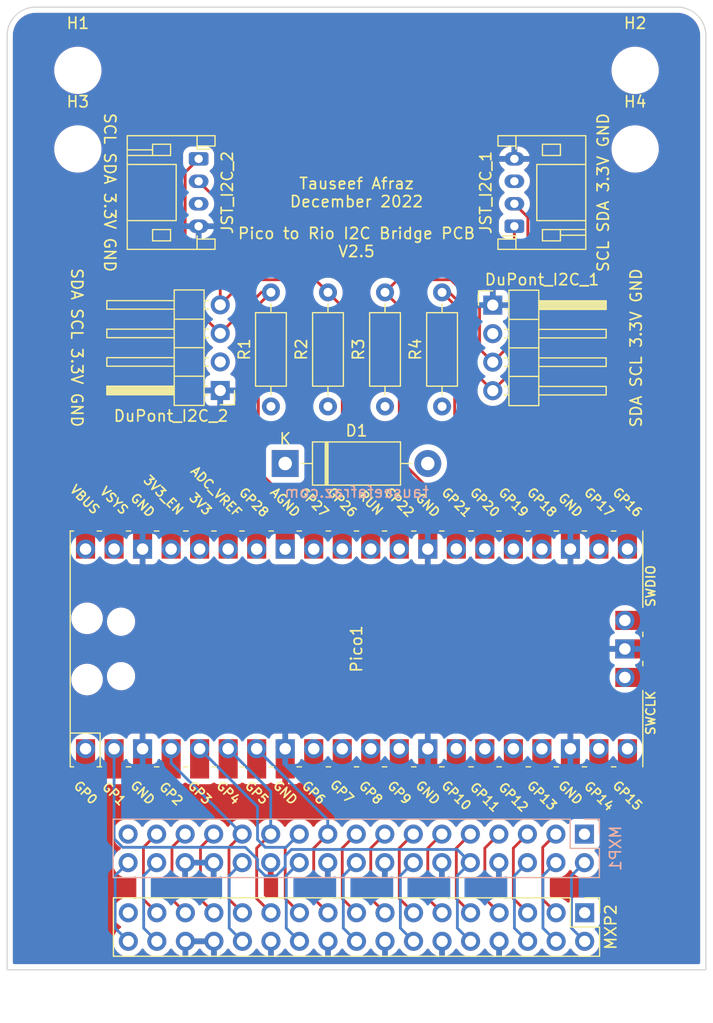
<source format=kicad_pcb>
(kicad_pcb (version 20211014) (generator pcbnew)
  (layers (0 "F.Cu" signal) (1 "In1.Cu" power) (2 "In2.Cu" power) (31 "B.Cu" signal) (34 "B.Paste" user) (35 "F.Paste" user) (36 "B.SilkS" user "B.Silkscreen") (37 "F.SilkS" user "F.Silkscreen") (38 "B.Mask" user) (39 "F.Mask" user) (44 "Edge.Cuts" user))
  (net 0 "")
  (net 1 "+5V")
  (net 2 "Net-(D1-Pad1)")
  (net 3 "GND")
  (net 4 "+3.3V")
  (net 5 "/SCL1")
  (net 6 "/SDA1")
  (net 7 "/SCL2")
  (net 8 "/SDA2")
  (net 9 "/AO0")
  (net 10 "/AI0")
  (net 11 "/AO1")
  (net 12 "/AI1")
  (net 13 "/AGND")
  (net 14 "/AI2")
  (net 15 "/AI3")
  (net 16 "/RIO_RX")
  (net 17 "/DIO0{slash}PWM0")
  (net 18 "/DIO1{slash}PWM1")
  (net 19 "/RIO_TX")
  (net 20 "/DIO2{slash}PWM2")
  (net 21 "/DIO3{slash}PWM3")
  (net 22 "/DIO11{slash}PWM7")
  (net 23 "/S_CS")
  (net 24 "/SCLK")
  (net 25 "/DIO12{slash}PWM8")
  (net 26 "/CIPO")
  (net 27 "/COPI")
  (net 28 "/DIO13{slash}PWM9")
  (net 29 "/DIO8{slash}PWM4")
  (net 30 "/DIO9{slash}PWM5")
  (net 31 "/DIO10{slash}PWM6")
  (net 32 "/DIO14")
  (net 34 "/DIO15")
  (footprint "MountingHole:MountingHole_3.2mm_M3" (layer "F.Cu") (at 181.0258 78.035)
    (fp_text reference "H4" (at 0 -4.2) (layer "F.SilkS"))
    (fp_text value "MountingHole")
    (pad "" np_thru_hole circle (at 0 0) (size 3.2 3.2) (drill 3.2) (layers *.Cu *.Mask))
  )
  (footprint "MountingHole:MountingHole_3.2mm_M3" (layer "F.Cu") (at 181.0258 71.035)
    (fp_text reference "H2" (at 0 -4.2) (layer "F.SilkS"))
    (fp_text value "MountingHole")
    (pad "" np_thru_hole circle (at 0 0) (size 3.2 3.2) (drill 3.2) (layers *.Cu *.Mask))
  )
  (footprint "MountingHole:MountingHole_3.2mm_M3" (layer "F.Cu") (at 131.3942 78.035)
    (fp_text reference "H3" (at 0 -4.2) (layer "F.SilkS"))
    (fp_text value "MountingHole")
    (pad "" np_thru_hole circle (at 0 0) (size 3.2 3.2) (drill 3.2) (layers *.Cu *.Mask))
  )
  (footprint "Resistor_THT:R_Axial_DIN0207_L6.3mm_D2.5mm_P10.16mm_Horizontal" (layer "F.Cu") (at 153.67 100.965 90)
    (fp_text reference "R2" (at 5.08 -2.37 90) (layer "F.SilkS"))
    (fp_text value "R")
    (pad "1" thru_hole circle locked (at 0 0 90) (size 1.6 1.6) (drill 0.8) (layers *.Cu *.Mask) (net 4 "+3.3V"))
    (pad "2" thru_hole oval locked (at 10.16 0 90) (size 1.6 1.6) (drill 0.8) (layers *.Cu *.Mask) (net 8 "/SDA2"))
  )
  (footprint "Connector_PinHeader_2.54mm:PinHeader_1x04_P2.54mm_Horizontal" (layer "F.Cu") (at 168.345 91.94)
    (fp_text reference "DuPont_I2C_1" (at 4.385 -2.27) (layer "F.SilkS"))
    (fp_text value "Conn_01x04_Male")
    (pad "1" thru_hole rect locked (at 0 0) (size 1.7 1.7) (drill 1) (layers *.Cu *.Mask) (net 3 "GND"))
    (pad "2" thru_hole oval locked (at 0 2.54) (size 1.7 1.7) (drill 1) (layers *.Cu *.Mask) (net 4 "+3.3V"))
    (pad "3" thru_hole oval locked (at 0 5.08) (size 1.7 1.7) (drill 1) (layers *.Cu *.Mask) (net 5 "/SCL1"))
    (pad "4" thru_hole oval locked (at 0 7.62) (size 1.7 1.7) (drill 1) (layers *.Cu *.Mask) (net 6 "/SDA1"))
  )
  (footprint "MountingHole:MountingHole_3.2mm_M3" (layer "F.Cu") (at 131.3942 71.035)
    (fp_text reference "H1" (at 0 -4.2) (layer "F.SilkS"))
    (fp_text value "MountingHole")
    (pad "" np_thru_hole circle (at 0 0) (size 3.2 3.2) (drill 3.2) (layers *.Cu *.Mask))
  )
  (footprint "Resistor_THT:R_Axial_DIN0207_L6.3mm_D2.5mm_P10.16mm_Horizontal" (layer "F.Cu") (at 163.83 100.965 90)
    (fp_text reference "R4" (at 5.08 -2.37 90) (layer "F.SilkS"))
    (fp_text value "R")
    (pad "1" thru_hole circle locked (at 0 0 90) (size 1.6 1.6) (drill 0.8) (layers *.Cu *.Mask) (net 4 "+3.3V"))
    (pad "2" thru_hole oval locked (at 10.16 0 90) (size 1.6 1.6) (drill 0.8) (layers *.Cu *.Mask) (net 6 "/SDA1"))
  )
  (footprint "Connector_JST:JST_PH_S4B-PH-K_1x04_P2.00mm_Horizontal" (layer "F.Cu") (at 142.15 78.915 -90)
    (fp_text reference "JST_I2C_2" (at 3 -2.55 90) (layer "F.SilkS"))
    (fp_text value "Conn_01x04_Male")
    (pad "1" thru_hole roundrect locked (at 0 0 270) (size 1.2 1.75) (drill 0.75) (layers *.Cu *.Mask) (roundrect_rratio 0.2083333333) (net 7 "/SCL2"))
    (pad "2" thru_hole oval locked (at 2 0 270) (size 1.2 1.75) (drill 0.75) (layers *.Cu *.Mask) (net 8 "/SDA2"))
    (pad "3" thru_hole oval locked (at 4 0 270) (size 1.2 1.75) (drill 0.75) (layers *.Cu *.Mask) (net 4 "+3.3V"))
    (pad "4" thru_hole oval locked (at 6 0 270) (size 1.2 1.75) (drill 0.75) (layers *.Cu *.Mask) (net 3 "GND"))
  )
  (footprint "MCU_RaspberryPi_and_Boards:RPi_Pico_SMD_TH" (layer "F.Cu") (at 156.21 122.555 90)
    (fp_text reference "Pico1" (at 0 0 90) (layer "F.SilkS"))
    (fp_text value "Pico")
    (fp_text user "GND" (at -12.8 6.35 135) (layer "F.SilkS") (effects (font (size 0.8 0.8))))
    (fp_text user "GP3" (at -12.8 -13.97 135) (layer "F.SilkS") (effects (font (size 0.8 0.8))))
    (fp_text user "GND" (at 12.8 6.35 135) (layer "F.SilkS") (effects (font (size 0.8 0.8))))
    (fp_text user "GP21" (at 13.054 8.9 135) (layer "F.SilkS") (effects (font (size 0.8 0.8))))
    (fp_text user "GP28" (at 13.054 -9.144 135) (layer "F.SilkS") (effects (font (size 0.8 0.8))))
    (fp_text user "GP16" (at 13.054 24.13 135) (layer "F.SilkS") (effects (font (size 0.8 0.8))))
    (fp_text user "SWDIO" (at 5.6 26.2 90) (layer "F.SilkS") (effects (font (size 0.8 0.8))))
    (fp_text user "GP18" (at 13.054 16.51 135) (layer "F.SilkS") (effects (font (size 0.8 0.8))))
    (fp_text user "GP5" (at -12.8 -8.89 135) (layer "F.SilkS") (effects (font (size 0.8 0.8))))
    (fp_text user "AGND" (at 13.054 -6.35 135) (layer "F.SilkS") (effects (font (size 0.8 0.8))))
    (fp_text user "GP11" (at -13.2 11.43 135) (layer "F.SilkS") (effects (font (size 0.8 0.8))))
    (fp_text user "3V3" (at 12.9 -13.9 135) (layer "F.SilkS") (effects (font (size 0.8 0.8))))
    (fp_text user "GP20" (at 13.054 11.43 135) (layer "F.SilkS") (effects (font (size 0.8 0.8))))
    (fp_text user "GP26" (at 13.054 -1.27 135) (layer "F.SilkS") (effects (font (size 0.8 0.8))))
    (fp_text user "RUN" (at 13 1.27 135) (layer "F.SilkS") (effects (font (size 0.8 0.8))))
    (fp_text user "GP12" (at -13.2 13.97 135) (layer "F.SilkS") (effects (font (size 0.8 0.8))))
    (fp_text user "GP9" (at -12.8 3.81 135) (layer "F.SilkS") (effects (font (size 0.8 0.8))))
    (fp_text user "GND" (at -12.8 19.05 135) (layer "F.SilkS") (effects (font (size 0.8 0.8))))
    (fp_text user "GP22" (at 13.054 3.81 135) (layer "F.SilkS") (effects (font (size 0.8 0.8))))
    (fp_text user "GP17" (at 13.054 21.59 135) (layer "F.SilkS") (effects (font (size 0.8 0.8))))
    (fp_text user "GP10" (at -13.054 8.89 135) (layer "F.SilkS") (effects (font (size 0.8 0.8))))
    (fp_text user "GP15" (at -13.054 24.13 135) (layer "F.SilkS") (effects (font (size 0.8 0.8))))
    (fp_text user "GND" (at -12.8 -19.05 135) (layer "F.SilkS") (effects (font (size 0.8 0.8))))
    (fp_text user "3V3_EN" (at 13.7 -17.2 135) (layer "F.SilkS") (effects (font (size 0.8 0.8))))
    (fp_text user "GND" (at 12.8 -19.05 135) (layer "F.SilkS") (effects (font (size 0.8 0.8))))
    (fp_text user "ADC_VREF" (at 14 -12.5 135) (layer "F.SilkS") (effects (font (size 0.8 0.8))))
    (fp_text user "GP13" (at -13.054 16.51 135) (layer "F.SilkS") (effects (font (size 0.8 0.8))))
    (fp_text user "GP7" (at -12.7 -1.3 135) (layer "F.SilkS") (effects (font (size 0.8 0.8))))
    (fp_text user "GP14" (at -13.1 21.59 135) (layer "F.SilkS") (effects (font (size 0.8 0.8))))
    (fp_text user "GP19" (at 13.054 13.97 135) (layer "F.SilkS") (effects (font (size 0.8 0.8))))
    (fp_text user "GP1" (at -12.9 -21.6 135) (layer "F.SilkS") (effects (font (size 0.8 0.8))))
    (fp_text user "GP6" (at -12.8 -3.81 135) (layer "F.SilkS") (effects (font (size 0.8 0.8))))
    (fp_text user "GP27" (at 13.054 -3.8 135) (layer "F.SilkS") (effects (font (size 0.8 0.8))))
    (fp_text user "GP4" (at -12.8 -11.43 135) (layer "F.SilkS") (effects (font (size 0.8 0.8))))
    (fp_text user "SWCLK" (at -5.7 26.2 90) (layer "F.SilkS") (effects (font (size 0.8 0.8))))
    (fp_text user "VBUS" (at 13.3 -24.2 135) (layer "F.SilkS") (effects (font (size 0.8 0.8))))
    (fp_text user "GP0" (at -12.8 -24.13 135) (layer "F.SilkS") (effects (font (size 0.8 0.8))))
    (fp_text user "GP2" (at -12.9 -16.51 135) (layer "F.SilkS") (effects (font (size 0.8 0.8))))
    (fp_text user "GP8" (at -12.8 1.27 135) (layer "F.SilkS") (effects (font (size 0.8 0.8))))
    (fp_text user "GND" (at 12.8 19.05 135) (layer "F.SilkS") (effects (font (size 0.8 0.8))))
    (fp_text user "VSYS" (at 13.2 -21.59 135) (layer "F.SilkS") (effects (font (size 0.8 0.8))))
    (fp_text user "GND" (at -12.8 -6.35 135) (layer "F.SilkS") (effects (font (size 0.8 0.8))))
    (pad "" np_thru_hole oval locked (at -2.725 -24 90) (size 1.8 1.8) (drill 1.8) (layers *.Cu *.Mask))
    (pad "" np_thru_hole oval locked (at -2.425 -20.97 90) (size 1.5 1.5) (drill 1.5) (layers *.Cu *.Mask))
    (pad "" np_thru_hole oval locked (at 2.725 -24 90) (size 1.8 1.8) (drill 1.8) (layers *.Cu *.Mask))
    (pad "" np_thru_hole oval locked (at 2.425 -20.97 90) (size 1.5 1.5) (drill 1.5) (layers *.Cu *.Mask))
    (pad "1" smd rect locked (at -8.89 -24.13 90) (size 3.5 1.7) (drill (offset -0.9 0)) (layers "F.Cu" "F.Mask"))
    (pad "1" thru_hole oval locked (at -8.89 -24.13 90) (size 1.7 1.7) (drill 1.02) (layers *.Cu *.Mask))
    (pad "2" smd rect locked (at -8.89 -21.59 90) (size 3.5 1.7) (drill (offset -0.9 0)) (layers "F.Cu" "F.Mask") (net 16 "/RIO_RX"))
    (pad "2" thru_hole oval locked (at -8.89 -21.59 90) (size 1.7 1.7) (drill 1.02) (layers *.Cu *.Mask) (net 16 "/RIO_RX"))
    (pad "3" smd rect locked (at -8.89 -19.05 90) (size 3.5 1.7) (drill (offset -0.9 0)) (layers "F.Cu" "F.Mask") (net 3 "GND"))
    (pad "3" thru_hole rect locked (at -8.89 -19.05 90) (size 1.7 1.7) (drill 1.02) (layers *.Cu *.Mask) (net 3 "GND"))
    (pad "4" thru_hole oval locked (at -8.89 -16.51 90) (size 1.7 1.7) (drill 1.02) (layers *.Cu *.Mask) (net 27 "/COPI"))
    (pad "4" smd rect locked (at -8.89 -16.51 90) (size 3.5 1.7) (drill (offset -0.9 0)) (layers "F.Cu" "F.Mask") (net 27 "/COPI"))
    (pad "5" thru_hole oval locked (at -8.89 -13.97 90) (size 1.7 1.7) (drill 1.02) (layers *.Cu *.Mask) (net 24 "/SCLK"))
    (pad "5" smd rect locked (at -8.89 -13.97 90) (size 3.5 1.7) (drill (offset -0.9 0)) (layers "F.Cu" "F.Mask") (net 24 "/SCLK"))
    (pad "6" smd rect locked (at -8.89 -11.43 90) (size 3.5 1.7) (drill (offset -0.9 0)) (layers "F.Cu" "F.Mask") (net 26 "/CIPO"))
    (pad "6" thru_hole oval locked (at -8.89 -11.43 90) (size 1.7 1.7) (drill 1.02) (layers *.Cu *.Mask) (net 26 "/CIPO"))
    (pad "7" thru_hole oval locked (at -8.89 -8.89 90) (size 1.7 1.7) (drill 1.02) (layers *.Cu *.Mask) (net 23 "/S_CS"))
    (pad "7" smd rect locked (at -8.89 -8.89 90) (size 3.5 1.7) (drill (offset -0.9 0)) (layers "F.Cu" "F.Mask") (net 23 "/S_CS"))
    (pad "8" thru_hole rect locked (at -8.89 -6.35 90) (size 1.7 1.7) (drill 1.02) (layers *.Cu *.Mask) (net 3 "GND"))
    (pad "8" smd rect locked (at -8.89 -6.35 90) (size 3.5 1.7) (drill (offset -0.9 0)) (layers "F.Cu" "F.Mask") (net 3 "GND"))
    (pad "9" thru_hole oval locked (at -8.89 -3.81 90) (size 1.7 1.7) (drill 1.02) (layers *.Cu *.Mask))
    (pad "9" smd rect locked (at -8.89 -3.81 90) (size 3.5 1.7) (drill (offset -0.9 0)) (layers "F.Cu" "F.Mask"))
    (pad "10" thru_hole oval locked (at -8.89 -1.27 90) (size 1.7 1.7) (drill 1.02) (layers *.Cu *.Mask))
    (pad "10" smd rect locked (at -8.89 -1.27 90) (size 3.5 1.7) (drill (offset -0.9 0)) (layers "F.Cu" "F.Mask"))
    (pad "11" smd rect locked (at -8.89 1.27 90) (size 3.5 1.7) (drill (offset -0.9 0)) (layers "F.Cu" "F.Mask"))
    (pad "11" thru_hole oval locked (at -8.89 1.27 90) (size 1.7 1.7) (drill 1.02) (layers *.Cu *.Mask))
    (pad "12" thru_hole oval locked (at -8.89 3.81 90) (size 1.7 1.7) (drill 1.02) (layers *.Cu *.Mask))
    (pad "12" smd rect locked (at -8.89 3.81 90) (size 3.5 1.7) (drill (offset -0.9 0)) (layers "F.Cu" "F.Mask"))
    (pad "13" thru_hole rect locked (at -8.89 6.35 90) (size 1.7 1.7) (drill 1.02) (layers *.Cu *.Mask) (net 3 "GND"))
    (pad "13" smd rect locked (at -8.89 6.35 90) (size 3.5 1.7) (drill (offset -0.9 0)) (layers "F.Cu" "F.Mask") (net 3 "GND"))
    (pad "14" smd rect locked (at -8.89 8.89 90) (size 3.5 1.7) (drill (offset -0.9 0)) (layers "F.Cu" "F.Mask"))
    (pad "14" thru_hole oval locked (at -8.89 8.89 90) (size 1.7 1.7) (drill 1.02) (layers *.Cu *.Mask))
    (pad "15" smd rect locked (at -8.89 11.43 90) (size 3.5 1.7) (drill (offset -0.9 0)) (layers "F.Cu" "F.Mask"))
    (pad "15" thru_hole oval locked (at -8.89 11.43 90) (size 1.7 1.7) (drill 1.02) (layers *.Cu *.Mask))
    (pad "16" thru_hole oval locked (at -8.89 13.97 90) (size 1.7 1.7) (drill 1.02) (layers *.Cu *.Mask))
    (pad "16" smd rect locked (at -8.89 13.97 90) (size 3.5 1.7) (drill (offset -0.9 0)) (layers "F.Cu" "F.Mask"))
    (pad "17" smd rect locked (at -8.89 16.51 90) (size 3.5 1.7) (drill (offset -0.9 0)) (layers "F.Cu" "F.Mask"))
    (pad "17" thru_hole oval locked (at -8.89 16.51 90) (size 1.7 1.7) (drill 1.02) (layers *.Cu *.Mask))
    (pad "18" smd rect locked (at -8.89 19.05 90) (size 3.5 1.7) (drill (offset -0.9 0)) (layers "F.Cu" "F.Mask") (net 3 "GND"))
    (pad "18" thru_hole rect locked (at -8.89 19.05 90) (size 1.7 1.7) (drill 1.02) (layers *.Cu *.Mask) (net 3 "GND"))
    (pad "19" smd rect locked (at -8.89 21.59 90) (size 3.5 1.7) (drill (offset -0.9 0)) (layers "F.Cu" "F.Mask"))
    (pad "19" thru_hole oval locked (at -8.89 21.59 90) (size 1.7 1.7) (drill 1.02) (layers *.Cu *.Mask))
    (pad "20" smd rect locked (at -8.89 24.13 90) (size 3.5 1.7) (drill (offset -0.9 0)) (layers "F.Cu" "F.Mask"))
    (pad "20" thru_hole oval locked (at -8.89 24.13 90) (size 1.7 1.7) (drill 1.02) (layers *.Cu *.Mask))
    (pad "21" smd rect locked (at 8.89 24.13 90) (size 3.5 1.7) (drill (offset 0.9 0)) (layers "F.Cu" "F.Mask"))
    (pad "21" thru_hole oval locked (at 8.89 24.13 90) (size 1.7 1.7) (drill 1.02) (layers *.Cu *.Mask))
    (pad "22" thru_hole oval locked (at 8.89 21.59 90) (size 1.7 1.7) (drill 1.02) (layers *.Cu *.Mask))
    (pad "22" smd rect locked (at 8.89 21.59 90) (size 3.5 1.7) (drill (offset 0.9 0)) (layers "F.Cu" "F.Mask"))
    (pad "23" thru_hole rect locked (at 8.89 19.05 90) (size 1.7 1.7) (drill 1.02) (layers *.Cu *.Mask) (net 3 "GND"))
    (pad "23" smd rect locked (at 8.89 19.05 90) (size 3.5 1.7) (drill (offset 0.9 0)) (layers "F.Cu" "F.Mask") (net 3 "GND"))
    (pad "24" thru_hole oval locked (at 8.89 16.51 90) (size 1.7 1.7) (drill 1.02) (layers *.Cu *.Mask))
    (pad "24" smd rect locked (at 8.89 16.51 90) (size 3.5 1.7) (drill (offset 0.9 0)) (layers "F.Cu" "F.Mask"))
    (pad "25" thru_hole oval locked (at 8.89 13.97 90) (size 1.7 1.7) (drill 1.02) (layers *.Cu *.Mask))
    (pad "25" smd rect locked (at 8.89 13.97 90) (size 3.5 1.7) (drill (offset 0.9 0)) (layers "F.Cu" "F.Mask"))
    (pad "26" smd rect locked (at 8.89 11.43 90) (size 3.5 1.7) (drill (offset 0.9 0)) (layers "F.Cu" "F.Mask") (net 6 "/SDA1"))
    (pad "26" thru_hole oval locked (at 8.89 11.43 90) (size 1.7 1.7) (drill 1.02) (layers *.Cu *.Mask) (net 6 "/SDA1"))
    (pad "27" smd rect locked (at 8.89 8.89 90) (size 3.5 1.7) (drill (offset 0.9 0)) (layers "F.Cu" "F.Mask") (net 5 "/SCL1"))
    (pad "27" thru_hole oval locked (at 8.89 8.89 90) (size 1.7 1.7) (drill 1.02) (layers *.Cu *.Mask) (net 5 "/SCL1"))
    (pad "28" thru_hole rect locked (at 8.89 6.35 90) (size 1.7 1.7) (drill 1.02) (layers *.Cu *.Mask) (net 3 "GND"))
    (pad "28" smd rect locked (at 8.89 6.35 90) (size 3.5 1.7) (drill (offset 0.9 0)) (layers "F.Cu" "F.Mask") (net 3 "GND"))
    (pad "29" smd rect locked (at 8.89 3.81 90) (size 3.5 1.7) (drill (offset 0.9 0)) (layers "F.Cu" "F.Mask"))
    (pad "29" thru_hole oval locked (at 8.89 3.81 90) (size 1.7 1.7) (drill 1.02) (layers *.Cu *.Mask))
    (pad "30" smd rect locked (at 8.89 1.27 90) (size 3.5 1.7) (drill (offset 0.9 0)) (layers "F.Cu" "F.Mask"))
    (pad "30" thru_hole oval locked (at 8.89 1.27 90) (size 1.7 1.7) (drill 1.02) (layers *.Cu *.Mask))
    (pad "31" smd rect locked (at 8.89 -1.27 90) (size 3.5 1.7) (drill (offset 0.9 0)) (layers "F.Cu" "F.Mask") (net 8 "/SDA2"))
    (pad "31" thru_hole oval locked (at 8.89 -1.27 90) (size 1.7 1.7) (drill 1.02) (layers *.Cu *.Mask) (net 8 "/SDA2"))
    (pad "32" thru_hole oval locked (at 8.89 -3.81 90) (size 1.7 1.7) (drill 1.02) (layers *.Cu *.Mask) (net 7 "/SCL2"))
    (pad "32" smd rect locked (at 8.89 -3.81 90) (size 3.5 1.7) (drill (offset 0.9 0)) (layers "F.Cu" "F.Mask") (net 7 "/SCL2"))
    (pad "33" smd rect locked (at 8.89 -6.35 90) (size 3.5 1.7) (drill (offset 0.9 0)) (layers "F.Cu" "F.Mask"))
    (pad "33" thru_hole rect locked (at 8.89 -6.35 90) (size 1.7 1.7) (drill 1.02) (layers *.Cu *.Mask))
    (pad "34" smd rect locked (at 8.89 -8.89 90) (size 3.5 1.7) (drill (offset 0.9 0)) (layers "F.Cu" "F.Mask"))
    (pad "34" thru_hole oval locked (at 8.89 -8.89 90) (size 1.7 1.7) (drill 1.02) (layers *.Cu *.Mask))
    (pad "35" smd rect locked (at 8.89 -11.43 90) (size 3.5 1.7) (drill (offset 0.9 0)) (layers "F.Cu" "F.Mask"))
    (pad "35" thru_hole oval locked (at 8.89 -11.43 90) (size 1.7 1.7) (drill 1.02) (layers *.Cu *.Mask))
    (pad "36" smd rect locked (at 8.89 -13.97 90) (size 3.5 1.7) (drill (offset 0.9 0)) (layers "F.Cu" "F.Mask"))
    (pad "36" thru_hole oval locked (at 8.89 -13.97 90) (size 1.7 1.7) (drill 1.02) (layers *.Cu *.Mask))
    (pad "37" smd rect locked (at 8.89 -16.51 90) (size 3.5 1.7) (drill (offset 0.9 0)) (layers "F.Cu" "F.Mask"))
    (pad "37" thru_hole oval locked (at 8.89 -16.51 90) (size 1.7 1.7) (drill 1.02) (layers *.Cu *.Mask))
    (pad "38" thru_hole rect locked (at 8.89 -19.05 90) (size 1.7 1.7) (drill 1.02) (layers *.Cu *.Mask) (net 3 "GND"))
    (pad "38" smd rect locked (at 8.89 -19.05 90) (size 3.5 1.7) (drill (offset 0.9 0)) (layers "F.Cu" "F.Mask") (net 3 "GND"))
    (pad "39" thru_hole oval locked (at 8.89 -21.59 90) (size 1.7 1.7) (drill 1.02) (layers *.Cu *.Mask) (net 2 "Net-(D1-Pad1)"))
    (pad "39" smd rect locked (at 8.89 -21.59 90) (size 3.5 1.7) (drill (offset 0.9 0)) (layers "F.Cu" "F.Mask") (net 2 "Net-(D1-Pad1)"))
    (pad "40" smd rect locked (at 8.89 -24.13 90) (size 3.5 1.7) (drill (offset 0.9 0)) (layers "F.Cu" "F.Mask"))
    (pad "40" thru_hole oval locked (at 8.89 -24.13 90) (size 1.7 1.7) (drill 1.02) (layers *.Cu *.Mask))
    (pad "41" thru_hole oval locked (at -2.54 23.9 90) (size 1.7 1.7) (drill 1.02) (layers *.Cu *.Mask))
    (pad "41" smd rect locked (at -2.54 23.9 180) (size 3.5 1.7) (drill (offset -0.9 0)) (layers "F.Cu" "F.Mask"))
    (pad "42" smd rect locked (at 0 23.9 180) (size 3.5 1.7) (drill (offset -0.9 0)) (layers "F.Cu" "F.Mask") (net 3 "GND"))
    (pad "42" thru_hole rect locked (at 0 23.9 90) (size 1.7 1.7) (drill 1.02) (layers *.Cu *.Mask) (net 3 "GND"))
    (pad "43" thru_hole oval locked (at 2.54 23.9 90) (size 1.7 1.7) (drill 1.02) (layers *.Cu *.Mask))
    (pad "43" smd rect locked (at 2.54 23.9 180) (size 3.5 1.7) (drill (offset -0.9 0)) (layers "F.Cu" "F.Mask"))
  )
  (footprint "Diode_THT:D_DO-15_P12.70mm_Horizontal" (layer "F.Cu") (at 149.86 106.045)
    (fp_text reference "D1" (at 6.35 -2.92) (layer "F.SilkS"))
    (fp_text value "D")
    (fp_text user "K" (at 0 -2.2) (layer "F.SilkS"))
    (pad "1" thru_hole rect locked (at 0 0) (size 2.4 2.4) (drill 1.2) (layers *.Cu *.Mask) (net 2 "Net-(D1-Pad1)"))
    (pad "2" thru_hole oval locked (at 12.7 0) (size 2.4 2.4) (drill 1.2) (layers *.Cu *.Mask) (net 1 "+5V"))
  )
  (footprint "Connector_PinHeader_2.54mm:PinHeader_2x17_P2.54mm_Vertical" (layer "F.Cu") (at 176.53 146.05 -90)
    (fp_text reference "MXP2" (at 1.27 -2.33 90) (layer "F.SilkS"))
    (fp_text value "Conn_02x17_Odd_Even")
    (pad "1" thru_hole rect (at 0 0 270) (size 1.7 1.7) (drill 1) (layers *.Cu *.Mask) (net 1 "+5V"))
    (pad "2" thru_hole oval (at 2.54 0 270) (size 1.7 1.7) (drill 1) (layers *.Cu *.Mask) (net 9 "/AO0"))
    (pad "3" thru_hole oval (at 0 2.54 270) (size 1.7 1.7) (drill 1) (layers *.Cu *.Mask) (net 10 "/AI0"))
    (pad "4" thru_hole oval (at 2.54 2.54 270) (size 1.7 1.7) (drill 1) (layers *.Cu *.Mask) (net 11 "/AO1"))
    (pad "5" thru_hole oval (at 0 5.08 270) (size 1.7 1.7) (drill 1) (layers *.Cu *.Mask) (net 12 "/AI1"))
    (pad "6" thru_hole oval (at 2.54 5.08 270) (size 1.7 1.7) (drill 1) (layers *.Cu *.Mask) (net 13 "/AGND"))
    (pad "7" thru_hole oval (at 0 7.62 270) (size 1.7 1.7) (drill 1) (layers *.Cu *.Mask) (net 14 "/AI2"))
    (pad "8" thru_hole oval (at 2.54 7.62 270) (size 1.7 1.7) (drill 1) (layers *.Cu *.Mask) (net 3 "GND"))
    (pad "9" thru_hole oval (at 0 10.16 270) (size 1.7 1.7) (drill 1) (layers *.Cu *.Mask) (net 15 "/AI3"))
    (pad "10" thru_hole oval (at 2.54 10.16 270) (size 1.7 1.7) (drill 1) (layers *.Cu *.Mask) (net 16 "/RIO_RX"))
    (pad "11" thru_hole oval (at 0 12.7 270) (size 1.7 1.7) (drill 1) (layers *.Cu *.Mask) (net 17 "/DIO0{slash}PWM0"))
    (pad "12" thru_hole oval (at 2.54 12.7 270) (size 1.7 1.7) (drill 1) (layers *.Cu *.Mask) (net 3 "GND"))
    (pad "13" thru_hole oval (at 0 15.24 270) (size 1.7 1.7) (drill 1) (layers *.Cu *.Mask) (net 18 "/DIO1{slash}PWM1"))
    (pad "14" thru_hole oval (at 2.54 15.24 270) (size 1.7 1.7) (drill 1) (layers *.Cu *.Mask) (net 19 "/RIO_TX"))
    (pad "15" thru_hole oval (at 0 17.78 270) (size 1.7 1.7) (drill 1) (layers *.Cu *.Mask) (net 20 "/DIO2{slash}PWM2"))
    (pad "16" thru_hole oval (at 2.54 17.78 270) (size 1.7 1.7) (drill 1) (layers *.Cu *.Mask) (net 3 "GND"))
    (pad "17" thru_hole oval (at 0 20.32 270) (size 1.7 1.7) (drill 1) (layers *.Cu *.Mask) (net 21 "/DIO3{slash}PWM3"))
    (pad "18" thru_hole oval (at 2.54 20.32 270) (size 1.7 1.7) (drill 1) (layers *.Cu *.Mask) (net 22 "/DIO11{slash}PWM7"))
    (pad "19" thru_hole oval (at 0 22.86 270) (size 1.7 1.7) (drill 1) (layers *.Cu *.Mask) (net 23 "/S_CS"))
    (pad "20" thru_hole oval (at 2.54 22.86 270) (size 1.7 1.7) (drill 1) (layers *.Cu *.Mask) (net 3 "GND"))
    (pad "21" thru_hole oval (at 0 25.4 270) (size 1.7 1.7) (drill 1) (layers *.Cu *.Mask) (net 24 "/SCLK"))
    (pad "22" thru_hole oval (at 2.54 25.4 270) (size 1.7 1.7) (drill 1) (layers *.Cu *.Mask) (net 25 "/DIO12{slash}PWM8"))
    (pad "23" thru_hole oval (at 0 27.94 270) (size 1.7 1.7) (drill 1) (layers *.Cu *.Mask) (net 26 "/CIPO"))
    (pad "24" thru_hole oval (at 2.54 27.94 270) (size 1.7 1.7) (drill 1) (layers *.Cu *.Mask) (net 3 "GND"))
    (pad "25" thru_hole oval (at 0 30.48 270) (size 1.7 1.7) (drill 1) (layers *.Cu *.Mask) (net 27 "/COPI"))
    (pad "26" thru_hole oval (at 2.54 30.48 270) (size 1.7 1.7) (drill 1) (layers *.Cu *.Mask) (net 28 "/DIO13{slash}PWM9"))
    (pad "27" thru_hole oval (at 0 33.02 270) (size 1.7 1.7) (drill 1) (layers *.Cu *.Mask) (net 29 "/DIO8{slash}PWM4"))
    (pad "28" thru_hole oval (at 2.54 33.02 270) (size 1.7 1.7) (drill 1) (layers *.Cu *.Mask) (net 3 "GND"))
    (pad "29" thru_hole oval (at 0 35.56 270) (size 1.7 1.7) (drill 1) (layers *.Cu *.Mask) (net 30 "/DIO9{slash}PWM5"))
    (pad "30" thru_hole oval (at 2.54 35.56 270) (size 1.7 1.7) (drill 1) (layers *.Cu *.Mask) (net 3 "GND"))
    (pad "31" thru_hole oval (at 0 38.1 270) (size 1.7 1.7) (drill 1) (layers *.Cu *.Mask) (net 31 "/DIO10{slash}PWM6"))
    (pad "32" thru_hole oval (at 2.54 38.1 270) (size 1.7 1.7) (drill 1) (layers *.Cu *.Mask) (net 32 "/DIO14"))
    (pad "33" thru_hole oval (at 0 40.64 270) (size 1.7 1.7) (drill 1) (layers *.Cu *.Mask) (net 4 "+3.3V"))
    (pad "34" thru_hole oval (at 2.54 40.64 270) (size 1.7 1.7) (drill 1) (layers *.Cu *.Mask) (net 34 "/DIO15"))
  )
  (footprint "Connector_PinHeader_2.54mm:PinHeader_1x04_P2.54mm_Horizontal" (layer "F.Cu") (at 144.075 99.54 180)
    (fp_text reference "DuPont_I2C_2" (at 4.385 -2.27) (layer "F.SilkS"))
    (fp_text value "Conn_01x04_Male")
    (pad "1" thru_hole rect locked (at 0 0 180) (size 1.7 1.7) (drill 1) (layers *.Cu *.Mask) (net 3 "GND"))
    (pad "2" thru_hole oval locked (at 0 2.54 180) (size 1.7 1.7) (drill 1) (layers *.Cu *.Mask) (net 4 "+3.3V"))
    (pad "3" thru_hole oval locked (at 0 5.08 180) (size 1.7 1.7) (drill 1) (layers *.Cu *.Mask) (net 7 "/SCL2"))
    (pad "4" thru_hole oval locked (at 0 7.62 180) (size 1.7 1.7) (drill 1) (layers *.Cu *.Mask) (net 8 "/SDA2"))
  )
  (footprint "Resistor_THT:R_Axial_DIN0207_L6.3mm_D2.5mm_P10.16mm_Horizontal" (layer "F.Cu") (at 158.75 100.965 90)
    (fp_text reference "R3" (at 5.08 -2.37 90) (layer "F.SilkS"))
    (fp_text value "R")
    (pad "1" thru_hole circle locked (at 0 0 90) (size 1.6 1.6) (drill 0.8) (layers *.Cu *.Mask) (net 4 "+3.3V"))
    (pad "2" thru_hole oval locked (at 10.16 0 90) (size 1.6 1.6) (drill 0.8) (layers *.Cu *.Mask) (net 5 "/SCL1"))
  )
  (footprint "Resistor_THT:R_Axial_DIN0207_L6.3mm_D2.5mm_P10.16mm_Horizontal" (layer "F.Cu") (at 148.59 100.965 90)
    (fp_text reference "R1" (at 5.08 -2.37 90) (layer "F.SilkS"))
    (fp_text value "R")
    (pad "1" thru_hole circle locked (at 0 0 90) (size 1.6 1.6) (drill 0.8) (layers *.Cu *.Mask) (net 4 "+3.3V"))
    (pad "2" thru_hole oval locked (at 10.16 0 90) (size 1.6 1.6) (drill 0.8) (layers *.Cu *.Mask) (net 7 "/SCL2"))
  )
  (footprint "Connector_JST:JST_PH_S4B-PH-K_1x04_P2.00mm_Horizontal" (layer "F.Cu") (at 170.27 84.915 90)
    (fp_text reference "JST_I2C_1" (at 3 -2.55 90) (layer "F.SilkS"))
    (fp_text value "Conn_01x04_Male")
    (pad "1" thru_hole roundrect locked (at 0 0 90) (size 1.2 1.75) (drill 0.75) (layers *.Cu *.Mask) (roundrect_rratio 0.2083333333) (net 5 "/SCL1"))
    (pad "2" thru_hole oval locked (at 2 0 90) (size 1.2 1.75) (drill 0.75) (layers *.Cu *.Mask) (net 6 "/SDA1"))
    (pad "3" thru_hole oval locked (at 4 0 90) (size 1.2 1.75) (drill 0.75) (layers *.Cu *.Mask) (net 4 "+3.3V"))
    (pad "4" thru_hole oval locked (at 6 0 90) (size 1.2 1.75) (drill 0.75) (layers *.Cu *.Mask) (net 3 "GND"))
  )
  (footprint "Connector_PinSocket_2.54mm:PinSocket_2x17_P2.54mm_Vertical" (layer "B.Cu") (at 176.51 139.045 90)
    (fp_text reference "MXP1" (at -1.27 2.77 90) (layer "B.SilkS") (effects (justify mirror)))
    (fp_text value "Conn_02x17_Odd_Even")
    (pad "1" thru_hole rect locked (at 0 0 90) (size 1.7 1.7) (drill 1) (layers *.Cu *.Mask) (net 1 "+5V"))
    (pad "2" thru_hole oval locked (at -2.54 0 90) (size 1.7 1.7) (drill 1) (layers *.Cu *.Mask) (net 9 "/AO0"))
    (pad "3" thru_hole oval locked (at 0 -2.54 90) (size 1.7 1.7) (drill 1) (layers *.Cu *.Mask) (net 10 "/AI0"))
    (pad "4" thru_hole oval locked (at -2.54 -2.54 90) (size 1.7 1.7) (drill 1) (layers *.Cu *.Mask) (net 11 "/AO1"))
    (pad "5" thru_hole oval locked (at 0 -5.08 90) (size 1.7 1.7) (drill 1) (layers *.Cu *.Mask) (net 12 "/AI1"))
    (pad "6" thru_hole oval locked (at -2.54 -5.08 90) (size 1.7 1.7) (drill 1) (layers *.Cu *.Mask) (net 13 "/AGND"))
    (pad "7" thru_hole oval locked (at 0 -7.62 90) (size 1.7 1.7) (drill 1) (layers *.Cu *.Mask) (net 14 "/AI2"))
    (pad "8" thru_hole oval locked (at -2.54 -7.62 90) (size 1.7 1.7) (drill 1) (layers *.Cu *.Mask) (net 3 "GND"))
    (pad "9" thru_hole oval locked (at 0 -10.16 90) (size 1.7 1.7) (drill 1) (layers *.Cu *.Mask) (net 15 "/AI3"))
    (pad "10" thru_hole oval locked (at -2.54 -10.16 90) (size 1.7 1.7) (drill 1) (layers *.Cu *.Mask) (net 16 "/RIO_RX"))
    (pad "11" thru_hole oval locked (at 0 -12.7 90) (size 1.7 1.7) (drill 1) (layers *.Cu *.Mask) (net 17 "/DIO0{slash}PWM0"))
    (pad "12" thru_hole oval locked (at -2.54 -12.7 90) (size 1.7 1.7) (drill 1) (layers *.Cu *.Mask) (net 3 "GND"))
    (pad "13" thru_hole oval locked (at 0 -15.24 90) (size 1.7 1.7) (drill 1) (layers *.Cu *.Mask) (net 18 "/DIO1{slash}PWM1"))
    (pad "14" thru_hole oval locked (at -2.54 -15.24 90) (size 1.7 1.7) (drill 1) (layers *.Cu *.Mask) (net 19 "/RIO_TX"))
    (pad "15" thru_hole oval locked (at 0 -17.78 90) (size 1.7 1.7) (drill 1) (layers *.Cu *.Mask) (net 20 "/DIO2{slash}PWM2"))
    (pad "16" thru_hole oval locked (at -2.54 -17.78 90) (size 1.7 1.7) (drill 1) (layers *.Cu *.Mask) (net 3 "GND"))
    (pad "17" thru_hole oval locked (at 0 -20.32 90) (size 1.7 1.7) (drill 1) (layers *.Cu *.Mask) (net 21 "/DIO3{slash}PWM3"))
    (pad "18" thru_hole oval locked (at -2.54 -20.32 90) (size 1.7 1.7) (drill 1) (layers *.Cu *.Mask) (net 22 "/DIO11{slash}PWM7"))
    (pad "19" thru_hole oval locked (at 0 -22.86 90) (size 1.7 1.7) (drill 1) (layers *.Cu *.Mask) (net 23 "/S_CS"))
    (pad "20" thru_hole oval locked (at -2.54 -22.86 90) (size 1.7 1.7) (drill 1) (layers *.Cu *.Mask) (net 3 "GND"))
    (pad "21" thru_hole oval locked (at 0 -25.4 90) (size 1.7 1.7) (drill 1) (layers *.Cu *.Mask) (net 24 "/SCLK"))
    (pad "22" thru_hole oval locked (at -2.54 -25.4 90) (size 1.7 1.7) (drill 1) (layers *.Cu *.Mask) (net 25 "/DIO12{slash}PWM8"))
    (pad "23" thru_hole oval locked (at 0 -27.94 90) (size 1.7 1.7) (drill 1) (layers *.Cu *.Mask) (net 26 "/CIPO"))
    (pad "24" thru_hole oval locked (at -2.54 -27.94 90) (size 1.7 1.7) (drill 1) (layers *.Cu *.Mask) (net 3 "GND"))
    (pad "25" thru_hole oval locked (at 0 -30.48 90) (size 1.7 1.7) (drill 1) (layers *.Cu *.Mask) (net 27 "/COPI"))
    (pad "26" thru_hole oval locked (at -2.54 -30.48 90) (size 1.7 1.7) (drill 1) (layers *.Cu *.Mask) (net 28 "/DIO13{slash}PWM9"))
    (pad "27" thru_hole oval locked (at 0 -33.02 90) (size 1.7 1.7) (drill 1) (layers *.Cu *.Mask) (net 29 "/DIO8{slash}PWM4"))
    (pad "28" thru_hole oval locked (at -2.54 -33.02 90) (size 1.7 1.7) (drill 1) (layers *.Cu *.Mask) (net 3 "GND"))
    (pad "29" thru_hole oval locked (at 0 -35.56 90) (size 1.7 1.7) (drill 1) (layers *.Cu *.Mask) (net 30 "/DIO9{slash}PWM5"))
    (pad "30" thru_hole oval locked (at -2.54 -35.56 90) (size 1.7 1.7) (drill 1) (layers *.Cu *.Mask) (net 3 "GND"))
    (pad "31" thru_hole oval locked (at 0 -38.1 90) (size 1.7 1.7) (drill 1) (layers *.Cu *.Mask) (net 31 "/DIO10{slash}PWM6"))
    (pad "32" thru_hole oval locked (at -2.54 -38.1 90) (size 1.7 1.7) (drill 1) (layers *.Cu *.Mask) (net 32 "/DIO14"))
    (pad "33" thru_hole oval locked (at 0 -40.64 90) (size 1.7 1.7) (drill 1) (layers *.Cu *.Mask) (net 4 "+3.3V"))
    (pad "34" thru_hole oval locked (at -2.54 -40.64 90) (size 1.7 1.7) (drill 1) (layers *.Cu *.Mask) (net 34 "/DIO15"))
  )
  (gr_arc (start 125.095 67.945) (mid 125.838949 66.148949) (end 127.635 65.405) (layer "Edge.Cuts") (width 0.1))
  (gr_line (start 184.785 65.405) (end 127.635 65.405) (layer "Edge.Cuts") (width 0.1))
  (gr_arc (start 184.785 65.405) (mid 186.581051 66.148949) (end 187.325 67.945) (layer "Edge.Cuts") (width 0.1))
  (gr_line (start 125.095 151.13) (end 125.095 67.945) (layer "Edge.Cuts") (width 0.1))
  (gr_line (start 187.325 67.945) (end 187.325 151.13) (layer "Edge.Cuts") (width 0.1))
  (gr_line (start 187.325 151.13) (end 125.095 151.13) (layer "Edge.Cuts") (width 0.1))
  (gr_text "tauseefafraz.com" (at 156.21 108.585) (layer "B.SilkS") (effects (font (size 1 1)) (justify mirror)))
  (gr_text "Tauseef Afraz\nDecember 2022" (at 156.21 81.915) (layer "F.SilkS") (effects (font (size 1 1))))
  (gr_text "SCL SDA 3.3V GND" (at 178.18 81.915 90) (layer "F.SilkS") (effects (font (size 1 1))))
  (gr_text "SDA SCL 3.3V GND" (at 181.115 95.75 90) (layer "F.SilkS") (effects (font (size 1 1))))
  (gr_text "Pico to Rio I2C Bridge PCB\nV2.5" (at 156.21 86.36) (layer "F.SilkS") (effects (font (size 1 1))))
  (gr_text "SCL SDA 3.3V GND" (at 134.24 81.915 -90) (layer "F.SilkS") (effects (font (size 1 1))))
  (gr_text "SDA SCL 3.3V GND" (at 131.305 95.73 -90) (layer "F.SilkS") (effects (font (size 1 1))))
  (segment (start 168.345 97.02) (end 167.17 95.845) (width 0.25) (layer "F.Cu") (net 5))
  (segment (start 160.02 92.075) (end 158.75 90.805) (width 0.25) (layer "F.Cu") (net 5))
  (segment (start 167.17 95.845) (end 167.17 92.24) (width 0.25) (layer "F.Cu") (net 5))
  (segment (start 164.61 89.68) (end 159.875 89.68) (width 0.25) (layer "F.Cu") (net 5))
  (segment (start 170.27 95.095) (end 170.27 84.915) (width 0.25) (layer "F.Cu") (net 5))
  (segment (start 168.345 97.02) (end 170.27 95.095) (width 0.25) (layer "F.Cu") (net 5))
  (segment (start 160.02 105.661676) (end 160.02 92.075) (width 0.25) (layer "F.Cu") (net 5))
  (segment (start 167.17 92.24) (end 164.61 89.68) (width 0.25) (layer "F.Cu") (net 5))
  (segment (start 165.1 113.665) (end 165.1 110.741676) (width 0.25) (layer "F.Cu") (net 5))
  (segment (start 159.875 89.68) (end 158.75 90.805) (width 0.25) (layer "F.Cu") (net 5))
  (segment (start 165.1 110.741676) (end 160.02 105.661676) (width 0.25) (layer "F.Cu") (net 5))
  (segment (start 164.955 91.93) (end 164.955 107.805) (width 0.25) (layer "F.Cu") (net 6))
  (segment (start 168.345 99.56) (end 171.47 96.435) (width 0.25) (layer "F.Cu") (net 6))
  (segment (start 166.37 97.585) (end 168.345 99.56) (width 0.25) (layer "F.Cu") (net 6))
  (segment (start 163.83 90.805) (end 164.955 91.93) (width 0.25) (layer "F.Cu") (net 6))
  (segment (start 171.47 84.115) (end 170.27 82.915) (width 0.25) (layer "F.Cu") (net 6))
  (segment (start 166.37 92.71) (end 166.37 97.585) (width 0.25) (layer "F.Cu") (net 6))
  (segment (start 164.465 90.805) (end 166.37 92.71) (width 0.25) (layer "F.Cu") (net 6))
  (segment (start 171.47 96.435) (end 171.47 84.115) (width 0.25) (layer "F.Cu") (net 6))
  (segment (start 164.955 107.805) (end 167.64 110.49) (width 0.25) (layer "F.Cu") (net 6))
  (segment (start 163.83 90.805) (end 164.465 90.805) (width 0.25) (layer "F.Cu") (net 6))
  (segment (start 167.64 110.49) (end 167.64 113.665) (width 0.25) (layer "F.Cu") (net 6))
  (segment (start 147.73 90.805) (end 148.59 90.805) (width 0.25) (layer "F.Cu") (net 7))
  (segment (start 152.4 111.635) (end 152.4 113.665) (width 0.25) (layer "F.Cu") (net 7))
  (segment (start 142.15 78.915) (end 140.95 80.115) (width 0.25) (layer "F.Cu") (net 7))
  (segment (start 140.95 80.115) (end 140.95 91.335) (width 0.25) (layer "F.Cu") (net 7))
  (segment (start 147.465 106.7) (end 152.4 111.635) (width 0.25) (layer "F.Cu") (net 7))
  (segment (start 147.465 91.93) (end 147.465 106.7) (width 0.25) (layer "F.Cu") (net 7))
  (segment (start 140.95 91.335) (end 144.075 94.46) (width 0.25) (layer "F.Cu") (net 7))
  (segment (start 148.59 90.805) (end 147.465 91.93) (width 0.25) (layer "F.Cu") (net 7))
  (segment (start 144.075 94.46) (end 147.73 90.805) (width 0.25) (layer "F.Cu") (net 7))
  (segment (start 146.315 89.68) (end 144.075 91.92) (width 0.25) (layer "F.Cu") (net 8))
  (segment (start 142.15 80.915) (end 144.075 82.84) (width 0.25) (layer "F.Cu") (net 8))
  (segment (start 153.67 90.805) (end 154.94 92.075) (width 0.25) (layer "F.Cu") (net 8))
  (segment (start 144.075 82.84) (end 144.075 91.92) (width 0.25) (layer "F.Cu") (net 8))
  (segment (start 154.94 92.075) (end 154.94 113.665) (width 0.25) (layer "F.Cu") (net 8))
  (segment (start 152.545 89.68) (end 146.315 89.68) (width 0.25) (layer "F.Cu") (net 8))
  (segment (start 153.67 90.805) (end 152.545 89.68) (width 0.25) (layer "F.Cu") (net 8))
  (segment (start 175.355 142.74) (end 175.355 147.415) (width 0.25) (layer "B.Cu") (net 9))
  (segment (start 175.355 147.415) (end 176.53 148.59) (width 0.25) (layer "B.Cu") (net 9))
  (segment (start 176.51 141.585) (end 175.355 142.74) (width 0.25) (layer "B.Cu") (net 9))
  (segment (start 172.795 140.22) (end 172.795 144.855) (width 0.25) (layer "F.Cu") (net 10))
  (segment (start 173.97 139.045) (end 172.795 140.22) (width 0.25) (layer "F.Cu") (net 10))
  (segment (start 172.795 144.855) (end 173.99 146.05) (width 0.25) (layer "F.Cu") (net 10))
  (segment (start 173.97 141.585) (end 172.815 142.74) (width 0.25) (layer "B.Cu") (net 11))
  (segment (start 172.815 147.415) (end 173.99 148.59) (width 0.25) (layer "B.Cu") (net 11))
  (segment (start 172.815 142.74) (end 172.815 147.415) (width 0.25) (layer "B.Cu") (net 11))
  (segment (start 171.43 139.045) (end 170.18 140.295) (width 0.25) (layer "F.Cu") (net 12))
  (segment (start 170.18 140.295) (end 170.18 144.78) (width 0.25) (layer "F.Cu") (net 12))
  (segment (start 170.18 144.78) (end 171.45 146.05) (width 0.25) (layer "F.Cu") (net 12))
  (segment (start 171.43 141.585) (end 170.275 142.74) (width 0.25) (layer "B.Cu") (net 13))
  (segment (start 170.275 142.74) (end 170.275 147.415) (width 0.25) (layer "B.Cu") (net 13))
  (segment (start 170.275 147.415) (end 171.45 148.59) (width 0.25) (layer "B.Cu") (net 13))
  (segment (start 168.89 139.045) (end 167.64 140.295) (width 0.25) (layer "F.Cu") (net 14))
  (segment (start 167.64 140.295) (end 167.64 144.78) (width 0.25) (layer "F.Cu") (net 14))
  (segment (start 167.64 144.78) (end 168.91 146.05) (width 0.25) (layer "F.Cu") (net 14))
  (segment (start 165.1 140.295) (end 165.1 144.78) (width 0.25) (layer "F.Cu") (net 15))
  (segment (start 165.1 144.78) (end 166.37 146.05) (width 0.25) (layer "F.Cu") (net 15))
  (segment (start 166.35 139.045) (end 165.1 140.295) (width 0.25) (layer "F.Cu") (net 15))
  (segment (start 149.86 140.97) (end 150.42 140.41) (width 0.25) (layer "B.Cu") (net 16))
  (segment (start 149.86 141.956701) (end 149.86 140.97) (width 0.25) (layer "B.Cu") (net 16))
  (segment (start 147.395 142.071701) (end 148.083299 142.76) (width 0.25) (layer "B.Cu") (net 16))
  (segment (start 150.42 140.41) (end 165.175 140.41) (width 0.25) (layer "B.Cu") (net 16))
  (segment (start 134.62 131.445) (end 134.62 139.456701) (width 0.25) (layer "B.Cu") (net 16))
  (segment (start 165.175 140.41) (end 166.35 141.585) (width 0.25) (layer "B.Cu") (net 16))
  (segment (start 165.195 147.415) (end 166.37 148.59) (width 0.25) (layer "B.Cu") (net 16))
  (segment (start 135.383299 140.22) (end 146.326701 140.22) (width 0.25) (layer "B.Cu") (net 16))
  (segment (start 134.62 139.456701) (end 135.383299 140.22) (width 0.25) (layer "B.Cu") (net 16))
  (segment (start 165.195 142.74) (end 165.195 147.415) (width 0.25) (layer "B.Cu") (net 16))
  (segment (start 149.056701 142.76) (end 149.86 141.956701) (width 0.25) (layer "B.Cu") (net 16))
  (segment (start 147.395 141.288299) (end 147.395 142.071701) (width 0.25) (layer "B.Cu") (net 16))
  (segment (start 148.083299 142.76) (end 149.056701 142.76) (width 0.25) (layer "B.Cu") (net 16))
  (segment (start 146.326701 140.22) (end 147.395 141.288299) (width 0.25) (layer "B.Cu") (net 16))
  (segment (start 166.35 141.585) (end 165.195 142.74) (width 0.25) (layer "B.Cu") (net 16))
  (segment (start 162.56 144.78) (end 163.83 146.05) (width 0.25) (layer "F.Cu") (net 17))
  (segment (start 162.56 140.295) (end 162.56 144.78) (width 0.25) (layer "F.Cu") (net 17))
  (segment (start 163.81 139.045) (end 162.56 140.295) (width 0.25) (layer "F.Cu") (net 17))
  (segment (start 161.27 139.045) (end 160.02 140.295) (width 0.25) (layer "F.Cu") (net 18))
  (segment (start 160.02 144.78) (end 161.29 146.05) (width 0.25) (layer "F.Cu") (net 18))
  (segment (start 160.02 140.295) (end 160.02 144.78) (width 0.25) (layer "F.Cu") (net 18))
  (segment (start 161.27 141.585) (end 160.115 142.74) (width 0.25) (layer "B.Cu") (net 19))
  (segment (start 160.115 142.74) (end 160.115 147.415) (width 0.25) (layer "B.Cu") (net 19))
  (segment (start 160.115 147.415) (end 161.29 148.59) (width 0.25) (layer "B.Cu") (net 19))
  (segment (start 157.48 144.78) (end 158.75 146.05) (width 0.25) (layer "F.Cu") (net 20))
  (segment (start 157.48 140.295) (end 157.48 144.78) (width 0.25) (layer "F.Cu") (net 20))
  (segment (start 158.73 139.045) (end 157.48 140.295) (width 0.25) (layer "F.Cu") (net 20))
  (segment (start 156.19 139.045) (end 154.94 140.295) (width 0.25) (layer "F.Cu") (net 21))
  (segment (start 154.94 144.78) (end 156.21 146.05) (width 0.25) (layer "F.Cu") (net 21))
  (segment (start 154.94 140.295) (end 154.94 144.78) (width 0.25) (layer "F.Cu") (net 21))
  (segment (start 156.19 141.585) (end 155.035 142.74) (width 0.25) (layer "B.Cu") (net 22))
  (segment (start 155.035 142.74) (end 155.035 147.415) (width 0.25) (layer "B.Cu") (net 22))
  (segment (start 155.035 147.415) (end 156.21 148.59) (width 0.25) (layer "B.Cu") (net 22))
  (segment (start 153.65 139.045) (end 152.4 140.295) (width 0.25) (layer "F.Cu") (net 23))
  (segment (start 152.4 144.78) (end 153.67 146.05) (width 0.25) (layer "F.Cu") (net 23))
  (segment (start 152.4 140.295) (end 152.4 144.78) (width 0.25) (layer "F.Cu") (net 23))
  (segment (start 153.65 139.045) (end 153.65 137.775) (width 0.25) (layer "B.Cu") (net 23))
  (segment (start 153.65 137.775) (end 147.32 131.445) (width 0.25) (layer "B.Cu") (net 23))
  (segment (start 151.11 139.045) (end 149.86 140.295) (width 0.25) (layer "F.Cu") (net 24))
  (segment (start 149.86 140.295) (end 149.86 144.78) (width 0.25) (layer "F.Cu") (net 24))
  (segment (start 149.86 144.78) (end 151.13 146.05) (width 0.25) (layer "F.Cu") (net 24))
  (segment (start 148.083299 140.22) (end 147.395 139.531701) (width 0.25) (layer "B.Cu") (net 24))
  (segment (start 147.395 136.6) (end 142.24 131.445) (width 0.25) (layer "B.Cu") (net 24))
  (segment (start 151.11 139.045) (end 149.935 140.22) (width 0.25) (layer "B.Cu") (net 24))
  (segment (start 149.935 140.22) (end 148.083299 140.22) (width 0.25) (layer "B.Cu") (net 24))
  (segment (start 147.395 139.531701) (end 147.395 136.6) (width 0.25) (layer "B.Cu") (net 24))
  (segment (start 149.955 142.74) (end 149.955 147.415) (width 0.25) (layer "B.Cu") (net 25))
  (segment (start 149.955 147.415) (end 151.13 148.59) (width 0.25) (layer "B.Cu") (net 25))
  (segment (start 151.11 141.585) (end 149.955 142.74) (width 0.25) (layer "B.Cu") (net 25))
  (segment (start 148.57 139.045) (end 147.32 140.295) (width 0.25) (layer "F.Cu") (net 26))
  (segment (start 147.32 144.78) (end 148.59 146.05) (width 0.25) (layer "F.Cu") (net 26))
  (segment (start 147.32 140.295) (end 147.32 144.78) (width 0.25) (layer "F.Cu") (net 26))
  (segment (start 148.57 135.235) (end 144.78 131.445) (width 0.25) (layer "B.Cu") (net 26))
  (segment (start 148.57 139.045) (end 148.57 135.235) (width 0.25) (layer "B.Cu") (net 26))
  (segment (start 144.855 144.855) (end 146.05 146.05) (width 0.25) (layer "F.Cu") (net 27))
  (segment (start 144.855 140.22) (end 144.855 144.855) (width 0.25) (layer "F.Cu") (net 27))
  (segment (start 146.03 139.045) (end 144.855 140.22) (width 0.25) (layer "F.Cu") (net 27))
  (segment (start 146.03 139.045) (end 139.7 132.715) (width 0.25) (layer "B.Cu") (net 27))
  (segment (start 139.7 132.715) (end 139.7 131.445) (width 0.25) (layer "B.Cu") (net 27))
  (segment (start 146.03 141.585) (end 144.875 142.74) (width 0.25) (layer "B.Cu") (net 28))
  (segment (start 144.875 142.74) (end 144.875 147.415) (width 0.25) (layer "B.Cu") (net 28))
  (segment (start 144.875 147.415) (end 146.05 148.59) (width 0.25) (layer "B.Cu") (net 28))
  (segment (start 142.315 144.855) (end 143.51 146.05) (width 0.25) (layer "F.Cu") (net 29))
  (segment (start 142.315 140.22) (end 142.315 144.855) (width 0.25) (layer "F.Cu") (net 29))
  (segment (start 143.49 139.045) (end 142.315 140.22) (width 0.25) (layer "F.Cu") (net 29))
  (segment (start 140.95 139.045) (end 139.775 140.22) (width 0.25) (layer "F.Cu") (net 30))
  (segment (start 139.775 140.22) (end 139.775 144.855) (width 0.25) (layer "F.Cu") (net 30))
  (segment (start 139.775 144.855) (end 140.97 146.05) (width 0.25) (layer "F.Cu") (net 30))
  (segment (start 137.235 144.855) (end 138.43 146.05) (width 0.25) (layer "F.Cu") (net 31))
  (segment (start 138.41 139.045) (end 137.235 140.22) (width 0.25) (layer "F.Cu") (net 31))
  (segment (start 137.235 140.22) (end 137.235 144.855) (width 0.25) (layer "F.Cu") (net 31))
  (segment (start 137.255 147.415) (end 138.43 148.59) (width 0.25) (layer "B.Cu") (net 32))
  (segment (start 137.255 142.74) (end 137.255 147.415) (width 0.25) (layer "B.Cu") (net 32))
  (segment (start 138.41 141.585) (end 137.255 142.74) (width 0.25) (layer "B.Cu") (net 32))
  (segment (start 134.715 142.74) (end 134.715 147.415) (width 0.25) (layer "B.Cu") (net 34))
  (segment (start 135.87 141.585) (end 134.715 142.74) (width 0.25) (layer "B.Cu") (net 34))
  (segment (start 134.715 147.415) (end 135.89 148.59) (width 0.25) (layer "B.Cu") (net 34))
  (zone (net 3) (net_name "GND") (layers "F.Cu" "In1.Cu" "In2.Cu" "B.Cu") (connect_pads (clearance 0.508)) (min_thickness 0.254) (fill yes (thermal_gap 0.508) (thermal_bridge_width 0.508))
    (polygon (pts (xy 187.96 152.4) (xy 124.46 152.4) (xy 124.46 64.77) (xy 187.96 64.77)))
  )
)
</source>
